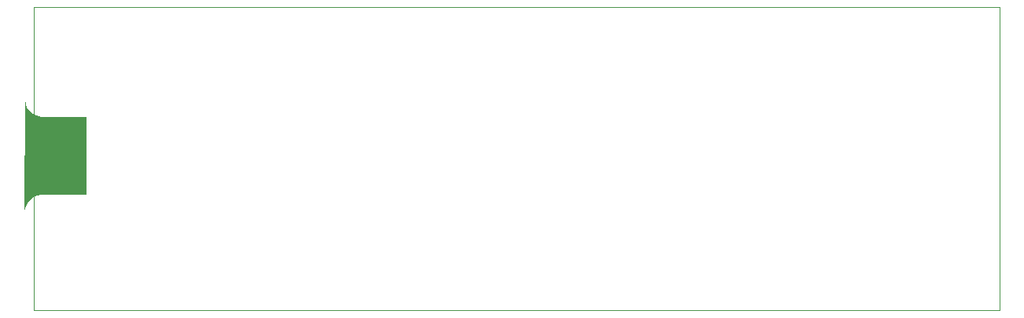
<source format=gbr>
%TF.GenerationSoftware,Altium Limited,Altium Designer,20.0.13 (296)*%
G04 Layer_Color=0*
%FSLAX45Y45*%
%MOMM*%
%TF.FileFunction,Profile,NP*%
%TF.Part,Single*%
G01*
G75*
%TA.AperFunction,Profile*%
%ADD193C,0.02540*%
G36*
X1501321Y4972718D02*
X1502019Y4992360D01*
X1509158Y5030969D01*
X1523690Y5067442D01*
X1545060Y5100380D01*
X1572444Y5128516D01*
X1604792Y5150769D01*
X1640859Y5166284D01*
X1679260Y5174464D01*
X1698877Y5175694D01*
Y5175694D01*
X2173981Y5174003D01*
X2173862Y6017153D01*
X1708778Y6017796D01*
X1689135Y6018494D01*
X1650527Y6025632D01*
X1614053Y6040165D01*
X1581115Y6061535D01*
X1552979Y6088919D01*
X1530726Y6121267D01*
X1515211Y6157334D01*
X1507031Y6195735D01*
X1505801Y6215352D01*
D01*
X1501321Y4972718D01*
D02*
G37*
D193*
X1601000Y3932000D02*
X1600000Y7200000D01*
X12000000D01*
Y3932000D01*
X1601000D01*
%TF.MD5,5f224252899d906491ed09db71db7f08*%
M02*

</source>
